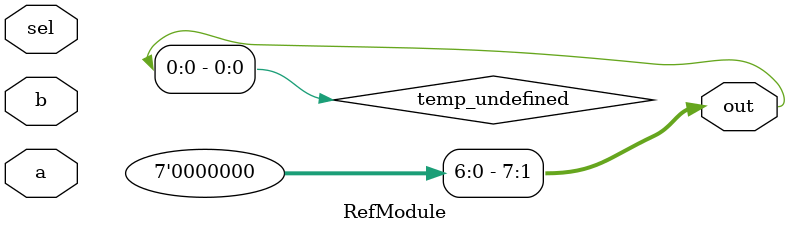
<source format=sv>
module RefModule (
  input sel,
  input [7:0] a,
  input [7:0] b,
  output [7:0] out  // out is now a wire
);

  assign out = temp_undefined;

endmodule

</source>
